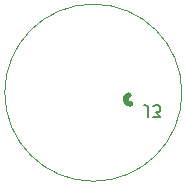
<source format=gbr>
%TF.GenerationSoftware,KiCad,Pcbnew,9.0.0*%
%TF.CreationDate,2025-03-13T16:48:12-04:00*%
%TF.ProjectId,IngestibleCapsule-Board_larger_vias,496e6765-7374-4696-926c-654361707375,rev?*%
%TF.SameCoordinates,Original*%
%TF.FileFunction,Legend,Bot*%
%TF.FilePolarity,Positive*%
%FSLAX46Y46*%
G04 Gerber Fmt 4.6, Leading zero omitted, Abs format (unit mm)*
G04 Created by KiCad (PCBNEW 9.0.0) date 2025-03-13 16:48:12*
%MOMM*%
%LPD*%
G01*
G04 APERTURE LIST*
%ADD10C,0.150000*%
%ADD11C,0.508000*%
%TA.AperFunction,Profile*%
%ADD12C,0.050000*%
%TD*%
G04 APERTURE END LIST*
D10*
X104666666Y-97045180D02*
X104666666Y-96330895D01*
X104666666Y-96330895D02*
X104619047Y-96188038D01*
X104619047Y-96188038D02*
X104523809Y-96092800D01*
X104523809Y-96092800D02*
X104380952Y-96045180D01*
X104380952Y-96045180D02*
X104285714Y-96045180D01*
X105047619Y-97045180D02*
X105666666Y-97045180D01*
X105666666Y-97045180D02*
X105333333Y-96664228D01*
X105333333Y-96664228D02*
X105476190Y-96664228D01*
X105476190Y-96664228D02*
X105571428Y-96616609D01*
X105571428Y-96616609D02*
X105619047Y-96568990D01*
X105619047Y-96568990D02*
X105666666Y-96473752D01*
X105666666Y-96473752D02*
X105666666Y-96235657D01*
X105666666Y-96235657D02*
X105619047Y-96140419D01*
X105619047Y-96140419D02*
X105571428Y-96092800D01*
X105571428Y-96092800D02*
X105476190Y-96045180D01*
X105476190Y-96045180D02*
X105190476Y-96045180D01*
X105190476Y-96045180D02*
X105095238Y-96092800D01*
X105095238Y-96092800D02*
X105047619Y-96140419D01*
D11*
%TO.C,J3*%
X103124566Y-95955977D02*
G75*
G02*
X102989461Y-95217207I-4166J380977D01*
G01*
%TD*%
D12*
X107500000Y-95000000D02*
G75*
G02*
X92500000Y-95000000I-7500000J0D01*
G01*
X92500000Y-95000000D02*
G75*
G02*
X107500000Y-95000000I7500000J0D01*
G01*
M02*

</source>
